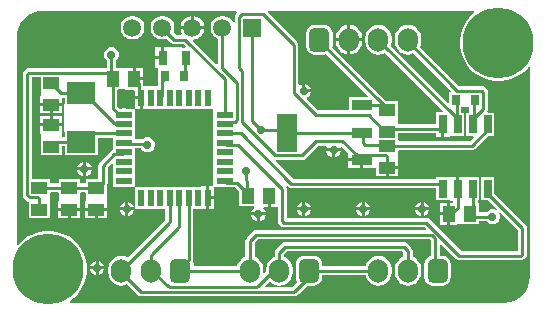
<source format=gtl>
G04*
G04 #@! TF.GenerationSoftware,Altium Limited,Altium Designer,21.2.2 (38)*
G04*
G04 Layer_Physical_Order=1*
G04 Layer_Color=255*
%FSLAX25Y25*%
%MOIN*%
G70*
G04*
G04 #@! TF.SameCoordinates,6DF736DA-586D-4ED0-A9E8-28D565D663F1*
G04*
G04*
G04 #@! TF.FilePolarity,Positive*
G04*
G01*
G75*
%ADD14R,0.02953X0.04921*%
%ADD15R,0.05315X0.03937*%
%ADD16R,0.09449X0.07480*%
%ADD17R,0.02756X0.03347*%
%ADD18R,0.03937X0.05315*%
%ADD19R,0.02756X0.06102*%
%ADD20R,0.02362X0.05807*%
%ADD21R,0.05807X0.02362*%
%ADD22R,0.06890X0.12598*%
%ADD23R,0.06890X0.03740*%
%ADD40C,0.01000*%
G04:AMPARAMS|DCode=41|XSize=66.93mil|YSize=78.74mil|CornerRadius=16.73mil|HoleSize=0mil|Usage=FLASHONLY|Rotation=180.000|XOffset=0mil|YOffset=0mil|HoleType=Round|Shape=RoundedRectangle|*
%AMROUNDEDRECTD41*
21,1,0.06693,0.04528,0,0,180.0*
21,1,0.03347,0.07874,0,0,180.0*
1,1,0.03346,-0.01673,0.02264*
1,1,0.03346,0.01673,0.02264*
1,1,0.03346,0.01673,-0.02264*
1,1,0.03346,-0.01673,-0.02264*
%
%ADD41ROUNDEDRECTD41*%
%ADD42O,0.06693X0.07874*%
%ADD43C,0.05906*%
%ADD44R,0.05906X0.05906*%
%ADD45C,0.23622*%
%ADD46C,0.02756*%
G36*
X152345Y64567D02*
X151335D01*
Y56890D01*
X153518D01*
X153710Y56428D01*
X152453Y55171D01*
X129067D01*
X128657Y55390D01*
Y57829D01*
X141122D01*
Y56677D01*
X143000D01*
Y60728D01*
X144000D01*
Y56677D01*
X145878D01*
Y56785D01*
X146335Y56890D01*
Y56890D01*
X150665D01*
Y64567D01*
X149655D01*
Y66406D01*
X152345D01*
Y64567D01*
D02*
G37*
G36*
X9555Y73049D02*
X9499Y72965D01*
X9421Y72575D01*
Y70327D01*
X9342D01*
Y67858D01*
X13000D01*
X16657D01*
Y69542D01*
X17488D01*
Y67755D01*
X17334Y67524D01*
X17256Y67134D01*
Y58866D01*
X17334Y58476D01*
X17488Y58245D01*
Y56458D01*
X16579D01*
Y57673D01*
X16657D01*
Y60142D01*
X9342D01*
Y57673D01*
X9421D01*
Y55425D01*
X9499Y55035D01*
X9555Y54951D01*
Y50602D01*
X16445D01*
Y53400D01*
X17488D01*
Y50402D01*
X28512D01*
Y56195D01*
X33624D01*
Y55756D01*
Y52606D01*
Y52223D01*
X33293Y52157D01*
X32797Y51825D01*
X29076Y48105D01*
X28745Y47609D01*
X28628Y47023D01*
Y42398D01*
X24555D01*
Y41171D01*
X22445D01*
Y42398D01*
X15555D01*
Y41171D01*
X12445D01*
Y42398D01*
X6529D01*
Y76471D01*
X9555D01*
Y73049D01*
D02*
G37*
G36*
X35425Y72421D02*
X37673D01*
Y72342D01*
X40581D01*
Y72274D01*
X40697Y71688D01*
X40795Y71542D01*
Y70185D01*
X42976D01*
Y69685D01*
X43476D01*
Y65781D01*
X45158D01*
Y65994D01*
X66495D01*
X66992Y65992D01*
X66994Y65495D01*
Y62055D01*
Y58906D01*
Y55756D01*
Y52606D01*
Y49457D01*
Y46307D01*
Y43158D01*
Y40218D01*
X65524D01*
Y36815D01*
X67205D01*
Y40008D01*
X70593D01*
X70781Y39882D01*
X71366Y39766D01*
X74119D01*
X75360Y38524D01*
Y38469D01*
X75477Y37883D01*
X75602Y37695D01*
Y33555D01*
X79951D01*
X80035Y33499D01*
X80409Y33425D01*
X80437Y33377D01*
X80558Y32921D01*
X79984Y32347D01*
X79633Y31500D01*
X84367D01*
X84016Y32347D01*
X83520Y32842D01*
X83728Y33342D01*
X85142D01*
Y37000D01*
X86142D01*
Y33342D01*
X88471D01*
Y28586D01*
X88587Y28001D01*
X88919Y27504D01*
X89504Y26919D01*
X90000Y26587D01*
X90586Y26471D01*
X137366D01*
X137846Y25991D01*
X137654Y25529D01*
X81315D01*
X80730Y25413D01*
X80234Y25081D01*
X78076Y22924D01*
X77745Y22428D01*
X77628Y21843D01*
Y16662D01*
X76965Y16387D01*
X76058Y15690D01*
X75361Y14783D01*
X74923Y13725D01*
X74897Y13529D01*
X60369D01*
Y14264D01*
X60278Y14962D01*
X60151Y15266D01*
X60273Y15880D01*
X60254D01*
Y32624D01*
X62843D01*
Y32411D01*
X64524D01*
Y36315D01*
Y40218D01*
X62843D01*
Y40006D01*
X41505D01*
X41008Y40008D01*
X41006Y40505D01*
Y43158D01*
Y46307D01*
Y49457D01*
Y52758D01*
X42941D01*
X42984Y52653D01*
X43653Y51984D01*
X44527Y51622D01*
X45473D01*
X46347Y51984D01*
X47016Y52653D01*
X47378Y53527D01*
Y54473D01*
X47016Y55347D01*
X46347Y56016D01*
X45473Y56378D01*
X44527D01*
X43653Y56016D01*
X43454Y55817D01*
X41006D01*
Y58906D01*
Y62055D01*
Y65781D01*
X42476D01*
Y69185D01*
X40795D01*
Y65992D01*
X37885D01*
X37791Y66066D01*
X37217Y66229D01*
X36625Y66160D01*
X36324Y65992D01*
X35787D01*
X34888Y66891D01*
Y71835D01*
X34934Y72292D01*
X35389Y72429D01*
X35425Y72421D01*
D02*
G37*
G36*
X91919Y39919D02*
X92415Y39587D01*
X93000Y39471D01*
X141335D01*
Y35433D01*
X145622D01*
X145665Y35433D01*
X146122Y35329D01*
Y35221D01*
X146971D01*
Y34657D01*
X145858D01*
Y31000D01*
Y27343D01*
X148327D01*
Y27421D01*
X150575D01*
X150965Y27499D01*
X151049Y27555D01*
X155398D01*
Y28471D01*
X158167D01*
X158653Y27984D01*
X159527Y27622D01*
X160473D01*
X161347Y27984D01*
X162016Y28653D01*
X162378Y29527D01*
Y30473D01*
X162111Y31117D01*
X162535Y31401D01*
X168471Y25465D01*
Y18529D01*
X149634D01*
X139081Y29081D01*
X138585Y29413D01*
X138000Y29529D01*
X91529D01*
Y39088D01*
X91413Y39674D01*
X91326Y39804D01*
X91714Y40123D01*
X91919Y39919D01*
D02*
G37*
G36*
X10110Y98571D02*
X74674D01*
X74881Y98071D01*
X74466Y97655D01*
X74134Y97159D01*
X74018Y96574D01*
Y94946D01*
X73518Y94812D01*
X73163Y95427D01*
X72427Y96163D01*
X71526Y96683D01*
X70520Y96953D01*
X69480D01*
X68474Y96683D01*
X67573Y96163D01*
X66837Y95427D01*
X66317Y94526D01*
X66047Y93520D01*
Y92480D01*
X66317Y91474D01*
X66837Y90573D01*
X67573Y89837D01*
X68471Y89319D01*
Y81040D01*
X68009Y80849D01*
X60272Y88585D01*
X60464Y89047D01*
X60520D01*
X61526Y89317D01*
X62427Y89837D01*
X63163Y90573D01*
X63683Y91474D01*
X63953Y92480D01*
Y92500D01*
X60000D01*
Y93000D01*
D01*
Y92500D01*
X56047D01*
Y92480D01*
X56317Y91474D01*
X56558Y91057D01*
X56269Y90557D01*
X54606D01*
X53685Y91478D01*
X53953Y92480D01*
Y93520D01*
X53683Y94526D01*
X53163Y95427D01*
X52427Y96163D01*
X51526Y96683D01*
X50520Y96953D01*
X49480D01*
X48474Y96683D01*
X47573Y96163D01*
X46837Y95427D01*
X46317Y94526D01*
X46047Y93520D01*
Y92480D01*
X46317Y91474D01*
X46837Y90573D01*
X47573Y89837D01*
X48474Y89317D01*
X49480Y89047D01*
X50520D01*
X51522Y89315D01*
X52891Y87946D01*
X53387Y87615D01*
X53972Y87498D01*
X57034D01*
X57822Y86710D01*
X57630Y86248D01*
X56836D01*
X56752Y86304D01*
X56362Y86382D01*
X52539D01*
Y86461D01*
X50563D01*
Y83000D01*
X50063D01*
Y82500D01*
X47587D01*
Y79539D01*
X48119D01*
X48587Y79461D01*
Y75854D01*
X48544Y75790D01*
X48427Y75205D01*
Y73376D01*
X45158D01*
Y73589D01*
X43640D01*
Y74532D01*
X43610Y74679D01*
Y75500D01*
X40642D01*
Y76000D01*
X40142D01*
Y79658D01*
X37673D01*
Y79579D01*
X35425D01*
X35035Y79501D01*
X34965Y79454D01*
X34910Y79478D01*
X34894Y79492D01*
X34836Y79510D01*
X34529Y79645D01*
Y82166D01*
X35016Y82653D01*
X35378Y83527D01*
Y84473D01*
X35016Y85347D01*
X34347Y86016D01*
X33473Y86378D01*
X32527D01*
X31653Y86016D01*
X30984Y85347D01*
X30622Y84473D01*
Y83527D01*
X30984Y82653D01*
X31471Y82166D01*
Y79529D01*
X5586D01*
X5001Y79413D01*
X4504Y79081D01*
X3919Y78496D01*
X3587Y78000D01*
X3471Y77414D01*
Y37195D01*
X3587Y36610D01*
X3919Y36114D01*
X4728Y35304D01*
X5224Y34973D01*
X5421Y34934D01*
Y34425D01*
X5499Y34035D01*
X5555Y33951D01*
Y29602D01*
X12445D01*
Y33951D01*
X12501Y34035D01*
X12579Y34425D01*
Y37575D01*
X12571Y37612D01*
X12958Y38112D01*
X15042D01*
X15429Y37612D01*
X15421Y37575D01*
Y35327D01*
X15342D01*
Y32858D01*
X22658D01*
Y35327D01*
X22579D01*
Y37575D01*
X22571Y37612D01*
X22958Y38112D01*
X24042D01*
X24429Y37612D01*
X24421Y37575D01*
Y35327D01*
X24342D01*
Y32858D01*
X31657D01*
Y35327D01*
X31579D01*
Y37575D01*
X31501Y37965D01*
X31445Y38049D01*
Y40337D01*
X31570Y40525D01*
X31687Y41110D01*
Y46390D01*
X33162Y47865D01*
X33624Y47674D01*
Y43158D01*
Y40008D01*
X40509D01*
X41006Y40006D01*
X41008Y39509D01*
Y32624D01*
X50871D01*
Y28719D01*
X38525Y16373D01*
X38507Y16387D01*
X37450Y16825D01*
X36315Y16974D01*
X35180Y16825D01*
X34123Y16387D01*
X33215Y15690D01*
X32518Y14783D01*
X32080Y13725D01*
X31931Y12591D01*
Y11409D01*
X32080Y10275D01*
X32518Y9217D01*
X33215Y8309D01*
X34123Y7613D01*
X35180Y7175D01*
X36315Y7025D01*
X37450Y7175D01*
X38112Y7449D01*
X41643Y3919D01*
X42139Y3587D01*
X42724Y3471D01*
X93586D01*
X93586Y3471D01*
Y3451D01*
X94561Y3645D01*
X95382Y4193D01*
X95372Y4204D01*
X95372Y4209D01*
X98203Y7040D01*
X100516D01*
X101214Y7132D01*
X101864Y7401D01*
X102422Y7830D01*
X102851Y8388D01*
X103120Y9038D01*
X103212Y9736D01*
Y10471D01*
X117740D01*
X117765Y10275D01*
X118203Y9217D01*
X118900Y8309D01*
X119808Y7613D01*
X120865Y7175D01*
X122000Y7025D01*
X123135Y7175D01*
X124192Y7613D01*
X125100Y8309D01*
X125797Y9217D01*
X126235Y10275D01*
X126384Y11409D01*
Y12591D01*
X126235Y13725D01*
X125797Y14783D01*
X125100Y15690D01*
X124192Y16387D01*
X123135Y16825D01*
X122000Y16974D01*
X120865Y16825D01*
X119808Y16387D01*
X118900Y15690D01*
X118203Y14783D01*
X117765Y13725D01*
X117740Y13529D01*
X103212D01*
Y14264D01*
X103120Y14962D01*
X102851Y15612D01*
X102422Y16170D01*
X101864Y16599D01*
X101214Y16868D01*
X100516Y16960D01*
X97169D01*
X96471Y16868D01*
X95821Y16599D01*
X95263Y16170D01*
X94834Y15612D01*
X94565Y14962D01*
X94473Y14264D01*
Y9736D01*
X94565Y9038D01*
X94834Y8388D01*
X95004Y8167D01*
X93366Y6529D01*
X84346D01*
X84154Y6991D01*
X85499Y8336D01*
X85900Y8309D01*
X86808Y7613D01*
X87865Y7175D01*
X89000Y7025D01*
X90135Y7175D01*
X91192Y7613D01*
X92100Y8309D01*
X92797Y9217D01*
X93235Y10275D01*
X93384Y11409D01*
Y12591D01*
X93235Y13725D01*
X92797Y14783D01*
X92100Y15690D01*
X91192Y16387D01*
X90529Y16662D01*
Y17367D01*
X91633Y18471D01*
X129781D01*
X130313Y17938D01*
Y16662D01*
X129650Y16387D01*
X128743Y15690D01*
X128046Y14783D01*
X127608Y13725D01*
X127459Y12591D01*
Y11409D01*
X127608Y10275D01*
X128046Y9217D01*
X128743Y8309D01*
X129650Y7613D01*
X130708Y7175D01*
X131843Y7025D01*
X132977Y7175D01*
X134035Y7613D01*
X134942Y8309D01*
X135639Y9217D01*
X136077Y10275D01*
X136226Y11409D01*
Y12591D01*
X136077Y13725D01*
X135639Y14783D01*
X134942Y15690D01*
X134035Y16387D01*
X133372Y16662D01*
Y18572D01*
X133256Y19157D01*
X132924Y19653D01*
X131496Y21081D01*
X131000Y21413D01*
X130414Y21529D01*
X91000D01*
X90415Y21413D01*
X89919Y21081D01*
X87919Y19081D01*
X87587Y18585D01*
X87471Y18000D01*
Y16662D01*
X86808Y16387D01*
X85900Y15690D01*
X85203Y14783D01*
X84765Y13725D01*
X84616Y12591D01*
Y11779D01*
X83985Y11147D01*
X83633Y11321D01*
X83541Y11411D01*
Y12591D01*
X83392Y13725D01*
X82954Y14783D01*
X82257Y15690D01*
X81349Y16387D01*
X80687Y16662D01*
Y21209D01*
X81949Y22471D01*
X139245D01*
X139471Y22245D01*
Y16889D01*
X139314Y16868D01*
X138664Y16599D01*
X138105Y16170D01*
X137677Y15612D01*
X137407Y14962D01*
X137315Y14264D01*
Y9736D01*
X137407Y9038D01*
X137677Y8388D01*
X138105Y7830D01*
X138664Y7401D01*
X139314Y7132D01*
X140012Y7040D01*
X143358D01*
X144056Y7132D01*
X144706Y7401D01*
X145265Y7830D01*
X145693Y8388D01*
X145963Y9038D01*
X146055Y9736D01*
Y14264D01*
X145963Y14962D01*
X145693Y15612D01*
X145265Y16170D01*
X144706Y16599D01*
X144056Y16868D01*
X143358Y16960D01*
X142529D01*
Y20654D01*
X142991Y20846D01*
X147919Y15919D01*
X148415Y15587D01*
X149000Y15471D01*
X169414D01*
X170000Y15587D01*
X170496Y15919D01*
X171081Y16504D01*
X171413Y17000D01*
X171529Y17586D01*
Y26098D01*
X171413Y26684D01*
X171081Y27180D01*
X160665Y37596D01*
Y43110D01*
X156335D01*
Y35433D01*
X158502D01*
X161401Y32535D01*
X161117Y32111D01*
X160473Y32378D01*
X159527D01*
X158653Y32016D01*
X158167Y31529D01*
X155398D01*
Y34445D01*
X155029D01*
Y35433D01*
X155665D01*
Y43110D01*
X151335D01*
Y43110D01*
X150878Y43215D01*
Y43323D01*
X149000D01*
Y39272D01*
X148000D01*
Y43323D01*
X146122D01*
Y43215D01*
X145665Y43110D01*
X145622Y43110D01*
X141335D01*
Y42529D01*
X93634D01*
X87779Y48384D01*
X87986Y48884D01*
X96431D01*
X97016Y49000D01*
X97512Y49332D01*
X101804Y53624D01*
X104459D01*
X104793Y53124D01*
X104649Y52776D01*
X109382D01*
X109307Y52958D01*
X109731Y53242D01*
X111957Y51016D01*
Y49445D01*
X116402D01*
Y48945D01*
X116902D01*
Y46075D01*
X120846D01*
Y46075D01*
X121343Y46065D01*
Y43390D01*
X124500D01*
Y46358D01*
X125000D01*
Y46858D01*
X128657D01*
Y49327D01*
X128579D01*
Y51575D01*
X128571Y51612D01*
X128958Y52112D01*
X153087D01*
X153672Y52229D01*
X154168Y52560D01*
X158498Y56890D01*
X160665D01*
Y64567D01*
X158514D01*
X158246Y65067D01*
X158413Y65316D01*
X158529Y65902D01*
Y71414D01*
X158413Y72000D01*
X158081Y72496D01*
X157496Y73081D01*
X157000Y73413D01*
X156414Y73529D01*
X148886D01*
X135803Y86612D01*
X136077Y87275D01*
X136226Y88409D01*
Y89591D01*
X136077Y90725D01*
X135639Y91782D01*
X134942Y92690D01*
X134035Y93387D01*
X132977Y93825D01*
X131843Y93975D01*
X130708Y93825D01*
X129650Y93387D01*
X128743Y92690D01*
X128046Y91782D01*
X127608Y90725D01*
X127459Y89591D01*
Y88409D01*
X127608Y87275D01*
X128046Y86217D01*
X128743Y85309D01*
X129650Y84613D01*
X130708Y84175D01*
X131843Y84026D01*
X132977Y84175D01*
X133640Y84449D01*
X146167Y71923D01*
X145975Y71461D01*
X145587D01*
Y68131D01*
X145125Y67940D01*
X126104Y86960D01*
X126235Y87275D01*
X126384Y88409D01*
Y89591D01*
X126235Y90725D01*
X125797Y91782D01*
X125100Y92690D01*
X124192Y93387D01*
X123135Y93825D01*
X122000Y93975D01*
X120865Y93825D01*
X119808Y93387D01*
X118900Y92690D01*
X118203Y91782D01*
X117765Y90725D01*
X117616Y89591D01*
Y88409D01*
X117765Y87275D01*
X118203Y86217D01*
X118900Y85309D01*
X119808Y84613D01*
X120865Y84175D01*
X122000Y84026D01*
X123135Y84175D01*
X124145Y84593D01*
X143497Y65241D01*
X143306Y64780D01*
X141122D01*
Y60888D01*
X128657D01*
Y61327D01*
X128579D01*
Y63575D01*
X128501Y63965D01*
X128445Y64049D01*
Y68398D01*
X125277D01*
X125172Y68468D01*
X124587Y68585D01*
X124531D01*
X106649Y86467D01*
X106685Y86736D01*
Y91264D01*
X106593Y91962D01*
X106323Y92612D01*
X105895Y93170D01*
X105336Y93599D01*
X104686Y93868D01*
X103988Y93960D01*
X100642D01*
X99944Y93868D01*
X99294Y93599D01*
X98735Y93170D01*
X98307Y92612D01*
X98037Y91962D01*
X97945Y91264D01*
Y86736D01*
X98037Y86038D01*
X98307Y85388D01*
X98735Y84830D01*
X99294Y84401D01*
X99944Y84132D01*
X100642Y84040D01*
X103988D01*
X104661Y84128D01*
X118615Y70174D01*
X118424Y69713D01*
X112169D01*
Y65427D01*
X101800D01*
X98027Y69199D01*
X98145Y69789D01*
X98520Y69945D01*
X99189Y70614D01*
X99540Y71461D01*
X97173D01*
Y71961D01*
X96673D01*
Y74327D01*
X95826Y73977D01*
X95732Y73882D01*
X95270Y74073D01*
Y87287D01*
X95153Y87872D01*
X94822Y88368D01*
X85119Y98071D01*
X85326Y98571D01*
X153946D01*
X154100Y98096D01*
X153654Y97772D01*
X152228Y96346D01*
X151043Y94714D01*
X150128Y92918D01*
X149504Y91000D01*
X149189Y89008D01*
Y86992D01*
X149504Y85000D01*
X150128Y83082D01*
X151043Y81286D01*
X152228Y79654D01*
X153654Y78228D01*
X155286Y77043D01*
X157082Y76128D01*
X159000Y75504D01*
X160992Y75189D01*
X163008D01*
X165000Y75504D01*
X166918Y76128D01*
X168714Y77043D01*
X170346Y78228D01*
X171772Y79654D01*
X172009Y79981D01*
X172485Y79826D01*
Y9913D01*
X172497Y9850D01*
X172338Y8236D01*
X171849Y6623D01*
X171054Y5137D01*
X169985Y3834D01*
X168682Y2765D01*
X167196Y1970D01*
X165583Y1481D01*
X163968Y1322D01*
X163906Y1334D01*
X19278D01*
X19116Y1834D01*
X20346Y2728D01*
X21772Y4154D01*
X22957Y5786D01*
X23872Y7582D01*
X24496Y9500D01*
X24811Y11492D01*
Y13508D01*
X24496Y15500D01*
X23872Y17418D01*
X22957Y19214D01*
X21772Y20846D01*
X20346Y22272D01*
X18714Y23457D01*
X16918Y24372D01*
X15000Y24996D01*
X13008Y25311D01*
X10992D01*
X9000Y24996D01*
X7082Y24372D01*
X5286Y23457D01*
X3654Y22272D01*
X2228Y20846D01*
X2007Y20541D01*
X1531Y20695D01*
Y89992D01*
X1519Y90055D01*
X1678Y91669D01*
X2167Y93282D01*
X2961Y94769D01*
X4031Y96072D01*
X5334Y97141D01*
X6820Y97935D01*
X8433Y98425D01*
X10047Y98584D01*
X10110Y98571D01*
D02*
G37*
%LPC*%
G36*
X16657Y66858D02*
X13500D01*
Y64390D01*
X16657D01*
Y66858D01*
D02*
G37*
G36*
X12500D02*
X9342D01*
Y64390D01*
X12500D01*
Y66858D01*
D02*
G37*
G36*
X16657Y63610D02*
X13500D01*
Y61142D01*
X16657D01*
Y63610D01*
D02*
G37*
G36*
X12500D02*
X9342D01*
Y61142D01*
X12500D01*
Y63610D01*
D02*
G37*
G36*
X24500Y48367D02*
Y46500D01*
X26367D01*
X26016Y47347D01*
X25347Y48016D01*
X24500Y48367D01*
D02*
G37*
G36*
X23500D02*
X22653Y48016D01*
X21984Y47347D01*
X21633Y46500D01*
X23500D01*
Y48367D01*
D02*
G37*
G36*
X26367Y45500D02*
X24500D01*
Y43633D01*
X25347Y43984D01*
X26016Y44653D01*
X26367Y45500D01*
D02*
G37*
G36*
X23500D02*
X21633D01*
X21984Y44653D01*
X22653Y43984D01*
X23500Y43633D01*
Y45500D01*
D02*
G37*
G36*
X67205Y35815D02*
X65524D01*
Y32411D01*
X67205D01*
Y35815D01*
D02*
G37*
G36*
X84367Y30500D02*
X82500D01*
Y28633D01*
X83347Y28984D01*
X84016Y29653D01*
X84367Y30500D01*
D02*
G37*
G36*
X81500D02*
X79633D01*
X79984Y29653D01*
X80653Y28984D01*
X81500Y28633D01*
Y30500D01*
D02*
G37*
G36*
X137043Y34957D02*
Y33091D01*
X138910D01*
X138559Y33938D01*
X137890Y34607D01*
X137043Y34957D01*
D02*
G37*
G36*
X136043D02*
X135196Y34607D01*
X134527Y33938D01*
X134177Y33091D01*
X136043D01*
Y34957D01*
D02*
G37*
G36*
X117358D02*
Y33091D01*
X119225D01*
X118874Y33938D01*
X118205Y34607D01*
X117358Y34957D01*
D02*
G37*
G36*
X116358D02*
X115511Y34607D01*
X114842Y33938D01*
X114491Y33091D01*
X116358D01*
Y34957D01*
D02*
G37*
G36*
X97673D02*
Y33091D01*
X99540D01*
X99189Y33938D01*
X98520Y34607D01*
X97673Y34957D01*
D02*
G37*
G36*
X96673D02*
X95826Y34607D01*
X95157Y33938D01*
X94806Y33091D01*
X96673D01*
Y34957D01*
D02*
G37*
G36*
X144858Y34657D02*
X142390D01*
Y31500D01*
X144858D01*
Y34657D01*
D02*
G37*
G36*
X138910Y32091D02*
X137043D01*
Y30224D01*
X137890Y30575D01*
X138559Y31244D01*
X138910Y32091D01*
D02*
G37*
G36*
X136043D02*
X134177D01*
X134527Y31244D01*
X135196Y30575D01*
X136043Y30224D01*
Y32091D01*
D02*
G37*
G36*
X119225D02*
X117358D01*
Y30224D01*
X118205Y30575D01*
X118874Y31244D01*
X119225Y32091D01*
D02*
G37*
G36*
X116358D02*
X114491D01*
X114842Y31244D01*
X115511Y30575D01*
X116358Y30224D01*
Y32091D01*
D02*
G37*
G36*
X99540D02*
X97673D01*
Y30224D01*
X98520Y30575D01*
X99189Y31244D01*
X99540Y32091D01*
D02*
G37*
G36*
X96673D02*
X94806D01*
X95157Y31244D01*
X95826Y30575D01*
X96673Y30224D01*
Y32091D01*
D02*
G37*
G36*
X144858Y30500D02*
X142390D01*
Y27343D01*
X144858D01*
Y30500D01*
D02*
G37*
G36*
X60520Y96953D02*
X60500D01*
Y93500D01*
X63953D01*
Y93520D01*
X63683Y94526D01*
X63163Y95427D01*
X62427Y96163D01*
X61526Y96683D01*
X60520Y96953D01*
D02*
G37*
G36*
X59500D02*
X59480D01*
X58474Y96683D01*
X57573Y96163D01*
X56837Y95427D01*
X56317Y94526D01*
X56047Y93520D01*
Y93500D01*
X59500D01*
Y96953D01*
D02*
G37*
G36*
X112657Y93909D02*
Y89500D01*
X116541D01*
Y89591D01*
X116392Y90725D01*
X115954Y91782D01*
X115257Y92690D01*
X114349Y93387D01*
X113292Y93825D01*
X112657Y93909D01*
D02*
G37*
G36*
X111658D02*
X111023Y93825D01*
X109966Y93387D01*
X109057Y92690D01*
X108361Y91782D01*
X107923Y90725D01*
X107773Y89591D01*
Y89500D01*
X111658D01*
Y93909D01*
D02*
G37*
G36*
X40520Y96953D02*
X39480D01*
X38474Y96683D01*
X37573Y96163D01*
X36837Y95427D01*
X36317Y94526D01*
X36047Y93520D01*
Y92480D01*
X36317Y91474D01*
X36837Y90573D01*
X37573Y89837D01*
X38474Y89317D01*
X39480Y89047D01*
X40520D01*
X41526Y89317D01*
X42427Y89837D01*
X43163Y90573D01*
X43683Y91474D01*
X43953Y92480D01*
Y93520D01*
X43683Y94526D01*
X43163Y95427D01*
X42427Y96163D01*
X41526Y96683D01*
X40520Y96953D01*
D02*
G37*
G36*
X116541Y88500D02*
X112657D01*
Y84091D01*
X113292Y84175D01*
X114349Y84613D01*
X115257Y85309D01*
X115954Y86217D01*
X116392Y87275D01*
X116541Y88409D01*
Y88500D01*
D02*
G37*
G36*
X111658D02*
X107773D01*
Y88409D01*
X107923Y87275D01*
X108361Y86217D01*
X109057Y85309D01*
X109966Y84613D01*
X111023Y84175D01*
X111658Y84091D01*
Y88500D01*
D02*
G37*
G36*
X49563Y86461D02*
X47587D01*
Y83500D01*
X49563D01*
Y86461D01*
D02*
G37*
G36*
X43610Y79658D02*
X41142D01*
Y76500D01*
X43610D01*
Y79658D01*
D02*
G37*
G36*
X97673Y74327D02*
Y72461D01*
X99540D01*
X99189Y73308D01*
X98520Y73977D01*
X97673Y74327D01*
D02*
G37*
G36*
X109382Y51776D02*
X107516D01*
Y49909D01*
X108363Y50260D01*
X109032Y50929D01*
X109382Y51776D01*
D02*
G37*
G36*
X106516D02*
X104649D01*
X105000Y50929D01*
X105669Y50260D01*
X106516Y49909D01*
Y51776D01*
D02*
G37*
G36*
X115902Y48445D02*
X111957D01*
Y46075D01*
X115902D01*
Y48445D01*
D02*
G37*
G36*
X128657Y45858D02*
X125500D01*
Y43390D01*
X128657D01*
Y45858D01*
D02*
G37*
G36*
X38618Y34957D02*
Y33091D01*
X40485D01*
X40134Y33938D01*
X39465Y34607D01*
X38618Y34957D01*
D02*
G37*
G36*
X37618D02*
X36771Y34607D01*
X36102Y33938D01*
X35751Y33091D01*
X37618D01*
Y34957D01*
D02*
G37*
G36*
X40485Y32091D02*
X38618D01*
Y30224D01*
X39465Y30575D01*
X40134Y31244D01*
X40485Y32091D01*
D02*
G37*
G36*
X37618D02*
X35751D01*
X36102Y31244D01*
X36771Y30575D01*
X37618Y30224D01*
Y32091D01*
D02*
G37*
G36*
X31657Y31858D02*
X28500D01*
Y29390D01*
X31657D01*
Y31858D01*
D02*
G37*
G36*
X27500D02*
X24342D01*
Y29390D01*
X27500D01*
Y31858D01*
D02*
G37*
G36*
X22658D02*
X19500D01*
Y29390D01*
X22658D01*
Y31858D01*
D02*
G37*
G36*
X18500D02*
X15342D01*
Y29390D01*
X18500D01*
Y31858D01*
D02*
G37*
G36*
X28776Y15272D02*
Y13406D01*
X30642D01*
X30292Y14253D01*
X29623Y14921D01*
X28776Y15272D01*
D02*
G37*
G36*
X27776D02*
X26929Y14921D01*
X26260Y14253D01*
X25909Y13406D01*
X27776D01*
Y15272D01*
D02*
G37*
G36*
X30642Y12405D02*
X28776D01*
Y10539D01*
X29623Y10890D01*
X30292Y11558D01*
X30642Y12405D01*
D02*
G37*
G36*
X27776D02*
X25909D01*
X26260Y11558D01*
X26929Y10890D01*
X27776Y10539D01*
Y12405D01*
D02*
G37*
%LPD*%
D14*
X50063Y83000D02*
D03*
X57937D02*
D03*
D15*
X125000Y46358D02*
D03*
Y53642D02*
D03*
X13000Y60642D02*
D03*
Y53358D02*
D03*
Y67358D02*
D03*
Y74642D02*
D03*
X28000Y39642D02*
D03*
Y32358D02*
D03*
X19000Y39642D02*
D03*
Y32358D02*
D03*
X9000Y39642D02*
D03*
Y32358D02*
D03*
X125000Y65642D02*
D03*
Y58358D02*
D03*
D16*
X23000Y54929D02*
D03*
Y71071D02*
D03*
D17*
X147752Y69000D02*
D03*
X154248D02*
D03*
X57248Y77000D02*
D03*
X50752D02*
D03*
D18*
X145358Y31000D02*
D03*
X152642D02*
D03*
X85642Y37000D02*
D03*
X78358D02*
D03*
X33358Y76000D02*
D03*
X40642D02*
D03*
D19*
X143500Y39272D02*
D03*
X148500D02*
D03*
X153500D02*
D03*
X158500D02*
D03*
Y60728D02*
D03*
X153500D02*
D03*
X148500D02*
D03*
X143500D02*
D03*
D20*
X42976Y69685D02*
D03*
X46126D02*
D03*
X49276D02*
D03*
X52425D02*
D03*
X55575D02*
D03*
X58724D02*
D03*
X61874D02*
D03*
X65024D02*
D03*
Y36315D02*
D03*
X61874D02*
D03*
X58724D02*
D03*
X55575D02*
D03*
X52425D02*
D03*
X49276D02*
D03*
X46126D02*
D03*
X42976D02*
D03*
D21*
X70685Y64024D02*
D03*
Y60874D02*
D03*
Y57724D02*
D03*
Y54575D02*
D03*
Y51425D02*
D03*
Y48276D02*
D03*
Y45126D02*
D03*
Y41976D02*
D03*
X37315D02*
D03*
Y45126D02*
D03*
Y48276D02*
D03*
Y51425D02*
D03*
Y54575D02*
D03*
Y57724D02*
D03*
Y60874D02*
D03*
Y64024D02*
D03*
D22*
X91598Y58000D02*
D03*
D23*
X116402Y67055D02*
D03*
Y58000D02*
D03*
Y48945D02*
D03*
D40*
X147200Y32000D02*
X148119Y32381D01*
X148500Y33300D01*
X97855Y8855D02*
X97857Y8857D01*
X93586Y5000D02*
X94291Y5291D01*
X97857Y8857D02*
X98392Y9561D01*
X98728Y10380D01*
X98843Y11257D01*
X81149Y6563D02*
X81854Y6854D01*
X87410Y12000D02*
X86709Y11709D01*
X46853Y11704D02*
X46159Y12000D01*
X51704Y6853D02*
X52404Y6563D01*
X36315Y12095D02*
X36614Y12299D01*
X52109Y27794D02*
X52400Y28499D01*
X58433Y15174D02*
X58724Y15880D01*
X56289Y13030D02*
X56000Y12331D01*
X46447Y17447D02*
X46158Y16748D01*
X55285Y26285D02*
X55575Y26989D01*
X33892Y61163D02*
X34591Y60874D01*
X78198Y39158D02*
X78358Y37000D01*
X77736Y45357D02*
X78198Y39158D01*
X117586Y54000D02*
X124642D01*
X125000Y53642D01*
X117000Y54586D02*
Y57402D01*
X116402Y58000D02*
X117000Y57402D01*
Y54586D02*
X117586Y54000D01*
X125000Y59358D02*
X142622D01*
X114749Y50386D02*
X124414D01*
X83574Y97453D02*
X93740Y87287D01*
X76426Y97453D02*
X83574D01*
X75547Y96574D02*
X76426Y97453D01*
X75547Y79478D02*
Y96574D01*
Y79478D02*
X76376Y78650D01*
Y61554D02*
Y78650D01*
Y61554D02*
X87517Y50413D01*
X96431D01*
X101171Y55154D01*
X109982D01*
X124311Y58358D02*
X125000D01*
X109982Y55154D02*
X114749Y50386D01*
X118772Y63898D02*
X124311Y58358D01*
X101166Y63898D02*
X118772D01*
X124414Y50386D02*
X125000Y49800D01*
X93740Y71324D02*
X101166Y63898D01*
X125000Y46358D02*
Y49800D01*
X93740Y71324D02*
Y87287D01*
X125000Y53642D02*
X153087D01*
X91598Y58000D02*
X116402D01*
X153087Y53642D02*
X158500Y59055D01*
X148500Y33300D02*
Y39272D01*
X145358Y32000D02*
X147200D01*
X34642Y76397D02*
X34664Y76095D01*
X34827Y73853D01*
X33000Y76890D02*
Y84000D01*
Y76358D02*
Y76890D01*
X31890Y78000D02*
X33000Y76890D01*
Y76358D02*
X33358Y76000D01*
X34827Y73853D02*
X34837D01*
X37095Y64705D02*
X37315Y64024D01*
X34147Y78158D02*
X34642Y76397D01*
X33358Y66258D02*
Y76000D01*
X42724Y5000D02*
X93586D01*
X94291Y5291D02*
X97855Y8855D01*
X98843Y11257D02*
Y12000D01*
X87414D02*
X89000D01*
X81854Y6854D02*
X86709Y11709D01*
X52404Y6563D02*
X81149D01*
X87410Y12000D02*
X87414Y12000D01*
X46158Y12000D02*
Y16748D01*
Y12000D02*
X46159D01*
X46853Y11704D02*
X51704Y6853D01*
X36614Y12299D02*
X52109Y27794D01*
X52400Y33911D02*
X52425Y36315D01*
X52400Y28499D02*
Y33911D01*
X36315Y12000D02*
Y12095D01*
Y11409D02*
Y12000D01*
X56000D02*
Y12331D01*
X56289Y13030D02*
X58433Y15174D01*
X58724Y15880D02*
Y36315D01*
X55575Y26989D02*
Y36315D01*
X46447Y17447D02*
X55285Y26285D01*
X27224Y57724D02*
X37315D01*
X23000Y54929D02*
X27224Y57724D01*
X34591Y60874D02*
X37315D01*
X30207Y64848D02*
X33892Y61163D01*
X23984Y71071D02*
X30207Y64848D01*
X42110Y72274D02*
X42976Y71408D01*
Y69685D02*
Y71408D01*
X40642Y76000D02*
X42110Y74532D01*
Y72274D02*
Y74532D01*
X142622Y59358D02*
X143500Y60236D01*
Y60728D01*
X112157Y88410D02*
Y89000D01*
X102315Y88638D02*
Y89000D01*
Y88638D02*
X123898Y67055D01*
X44713Y54287D02*
X45000Y54000D01*
X37602Y54287D02*
X44713D01*
X37315Y54575D02*
X37602Y54287D01*
X83000Y59000D02*
X90598D01*
X91598Y58000D01*
X80000Y62000D02*
Y93000D01*
Y62000D02*
X83000Y59000D01*
X74752Y41295D02*
X76890Y39158D01*
X71366Y41295D02*
X74752D01*
X70685Y41976D02*
X71366Y41295D01*
X76890Y38469D02*
Y39158D01*
X33358Y66258D02*
X35592Y64024D01*
X37315D01*
X5000Y77414D02*
X5586Y78000D01*
X5000Y37195D02*
Y77414D01*
X5586Y78000D02*
X31890D01*
X8414Y36386D02*
X9000Y35800D01*
X5000Y37195D02*
X5809Y36386D01*
X9000Y32358D02*
Y35800D01*
X5809Y36386D02*
X8414D01*
X16260Y71071D02*
X23000D01*
X13689Y73642D02*
X16260Y71071D01*
X76890Y38469D02*
X78358Y37000D01*
X158500Y59055D02*
Y60728D01*
X122000Y88902D02*
X148126Y62776D01*
Y68626D01*
Y61102D02*
Y62776D01*
Y61102D02*
X148500Y60728D01*
X147752Y69000D02*
X148126Y68626D01*
X153874Y62776D02*
X157000Y65902D01*
X153874Y62776D02*
Y68626D01*
Y61102D02*
Y62776D01*
Y68626D02*
X154248Y69000D01*
X153500Y60728D02*
X153874Y61102D01*
X152642Y32000D02*
X153500Y32858D01*
Y39272D01*
X152642Y31468D02*
X154110Y30000D01*
X152642Y31468D02*
Y32000D01*
X154110Y30000D02*
X160000D01*
X123898Y67055D02*
X124587D01*
X116402D02*
X123898D01*
X124587D02*
X125000Y66642D01*
X93000Y41000D02*
X142622D01*
X143500Y39272D02*
Y40122D01*
X142622Y41000D02*
X143500Y40122D01*
X76276Y57724D02*
X93000Y41000D01*
X19000Y39642D02*
X28000D01*
X9000D02*
X19000D01*
X28689D02*
X30158Y41110D01*
Y47023D01*
X33878Y50744D01*
X28000Y39642D02*
X28689D01*
X33878Y50744D02*
X36634D01*
X37315Y51425D01*
X148252Y72000D02*
X156414D01*
X157000Y65902D02*
Y71414D01*
X156414Y72000D02*
X157000Y71414D01*
X131843Y88410D02*
Y89000D01*
Y88410D02*
X148252Y72000D01*
X122000Y88902D02*
Y89000D01*
X70685Y57724D02*
X76276D01*
X149000Y17000D02*
X169414D01*
X158500Y37598D02*
Y39272D01*
Y37598D02*
X170000Y26098D01*
Y17586D02*
Y26098D01*
X169414Y17000D02*
X170000Y17586D01*
X81315Y24000D02*
X139879D01*
X141000Y22879D01*
X90000Y28586D02*
X90586Y28000D01*
X141000Y12685D02*
Y22879D01*
X90000Y28586D02*
Y39088D01*
X90586Y28000D02*
X138000D01*
X149000Y17000D01*
X79158Y12000D02*
Y21843D01*
X81315Y24000D01*
X141000Y12685D02*
X141685Y12000D01*
X130414Y20000D02*
X131843Y18572D01*
Y12000D02*
Y18572D01*
X91000Y20000D02*
X130414D01*
X75089Y54000D02*
X90000Y39088D01*
X71260Y54000D02*
X75089D01*
X70685Y54575D02*
X71260Y54000D01*
X56000Y12000D02*
X79158D01*
X89000Y18000D02*
X91000Y20000D01*
X89000Y12000D02*
Y18000D01*
X36315Y11409D02*
X42724Y5000D01*
X98843Y12000D02*
X122000D01*
X57667Y89028D02*
X70685Y76010D01*
X50000Y93000D02*
X53972Y89028D01*
X57667D01*
X70685Y64024D02*
Y76010D01*
X57592Y76345D02*
Y82656D01*
X57937Y83000D01*
X57248Y76000D02*
X57592Y76345D01*
X23000Y71071D02*
X23984D01*
X70685Y60874D02*
X71366Y61555D01*
X70000Y79429D02*
Y93000D01*
Y79429D02*
X74876Y74553D01*
Y62309D02*
Y74553D01*
X74122Y61555D02*
X74876Y62309D01*
X71366Y61555D02*
X74122D01*
X49276Y69685D02*
X49957Y70366D01*
Y75205D02*
X50752Y76000D01*
X49957Y70366D02*
Y75205D01*
X13000Y73642D02*
X13689D01*
Y53358D02*
X15260Y54929D01*
X13000Y53358D02*
X13689D01*
X15260Y54929D02*
X23000D01*
D41*
X141685Y12000D02*
D03*
X56000D02*
D03*
X102315Y89000D02*
D03*
X98843Y12000D02*
D03*
D42*
X131843D02*
D03*
X122000D02*
D03*
X46158D02*
D03*
X36315D02*
D03*
X131843Y89000D02*
D03*
X122000D02*
D03*
X112157D02*
D03*
X79158Y12000D02*
D03*
X89000D02*
D03*
D43*
X40000Y93000D02*
D03*
X50000D02*
D03*
X60000D02*
D03*
X70000D02*
D03*
D44*
X80000D02*
D03*
D45*
X12000Y12500D02*
D03*
X162000Y88000D02*
D03*
D46*
X77736Y45357D02*
D03*
X33000Y84000D02*
D03*
X82000Y31000D02*
D03*
X24000Y46000D02*
D03*
X136543Y32591D02*
D03*
X107016Y52276D02*
D03*
X116858Y32591D02*
D03*
X97173Y71961D02*
D03*
Y32591D02*
D03*
X38118D02*
D03*
X28276Y12905D02*
D03*
X45000Y54000D02*
D03*
X83000Y59000D02*
D03*
X160000Y30000D02*
D03*
M02*

</source>
